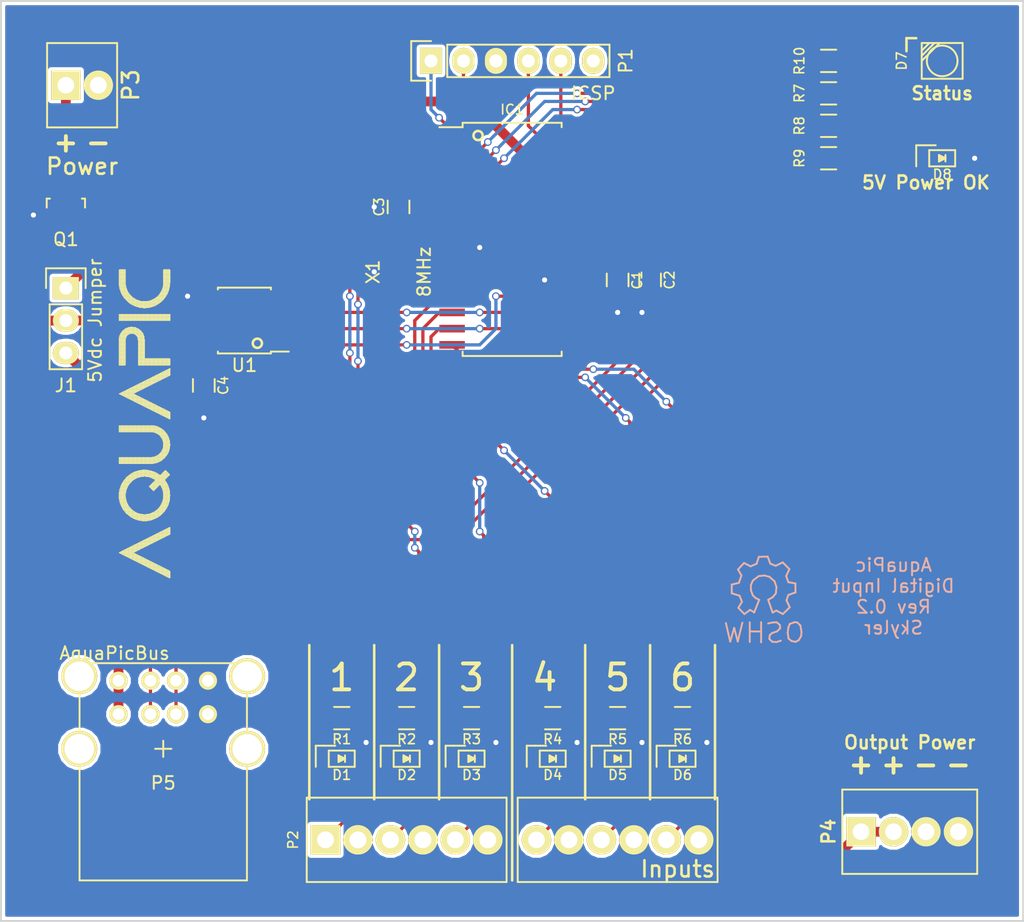
<source format=kicad_pcb>
(kicad_pcb (version 4) (host pcbnew 4.0.1-stable)
  (layers (0 F.Cu signal) (31 B.Cu signal) (34 B.Paste user) (35 F.Paste user) (36 B.SilkS user) (37 F.SilkS user) (38 B.Mask user) (39 F.Mask user) (44 Edge.Cuts user))
  (net 0 "")
  (net 1 +5V)
  (net 2 GND)
  (net 3 "Net-(C3-Pad1)")
  (net 4 "Net-(D1-Pad1)")
  (net 5 "Net-(D2-Pad1)")
  (net 6 "Net-(D3-Pad1)")
  (net 7 "Net-(D4-Pad1)")
  (net 8 "Net-(D5-Pad1)")
  (net 9 "Net-(D6-Pad1)")
  (net 10 "Net-(D7-Pad2)")
  (net 11 "Net-(D7-Pad3)")
  (net 12 "Net-(D7-Pad1)")
  (net 13 "Net-(D8-Pad1)")
  (net 14 //MCLR)
  (net 15 /STAT_LED_R)
  (net 16 /STAT_LED_G)
  (net 17 /STAT_LED_Y)
  (net 18 /LED0)
  (net 19 /LED1)
  (net 20 "Net-(IC1-Pad9)")
  (net 21 "Net-(IC1-Pad10)")
  (net 22 /LED2)
  (net 23 /LED3)
  (net 24 /LED4)
  (net 25 /LED5)
  (net 26 /T_nR)
  (net 27 /TX)
  (net 28 /RX)
  (net 29 /Input0)
  (net 30 /Input1)
  (net 31 /Input2)
  (net 32 /Input3)
  (net 33 /Input4)
  (net 34 /Input5)
  (net 35 /PGD)
  (net 36 /PGC)
  (net 37 /5VdcB)
  (net 38 /D+)
  (net 39 /D-)
  (net 40 "Net-(IC1-Pad15)")
  (net 41 /5VdcA)
  (net 42 /5Vdc)
  (net 43 "Net-(P1-Pad6)")
  (module Capacitors_SMD:C_0805 (layer F.Cu) (at 48.26 -50.165 270)
    (fp_text reference C1 (at 0 -1.524 270) (layer F.SilkS) (effects (font (size 0.762 0.762) (thickness 0.127))))
    (fp_text value 100nF)
    (pad 1 smd rect (at -1 0 270) (size 1 1.25) (layers F.Cu F.Paste F.Mask) (net 1 +5V))
    (pad 2 smd rect (at 1 0 270) (size 1 1.25) (layers F.Cu F.Paste F.Mask) (net 2 GND))
  )
  (module Capacitors_SMD:C_0805 (layer F.Cu) (at 50.8 -50.165 270)
    (fp_text reference C2 (at 0 -1.524 270) (layer F.SilkS) (effects (font (size 0.762 0.762) (thickness 0.127))))
    (fp_text value 100nF)
    (pad 1 smd rect (at -1 0 270) (size 1 1.25) (layers F.Cu F.Paste F.Mask) (net 1 +5V))
    (pad 2 smd rect (at 1 0 270) (size 1 1.25) (layers F.Cu F.Paste F.Mask) (net 2 GND))
  )
  (module Capacitors_SMD:C_0805 (layer F.Cu) (at 31.115 -55.88 90)
    (fp_text reference C3 (at 0 -1.524 90) (layer F.SilkS) (effects (font (size 0.762 0.762) (thickness 0.127))))
    (fp_text value 470pF)
    (pad 1 smd rect (at -1 0 90) (size 1 1.25) (layers F.Cu F.Paste F.Mask) (net 3 "Net-(C3-Pad1)"))
    (pad 2 smd rect (at 1 0 90) (size 1 1.25) (layers F.Cu F.Paste F.Mask) (net 2 GND))
  )
  (module Capacitors_SMD:C_0805 (layer F.Cu) (at 15.875 -41.91 270)
    (fp_text reference C4 (at 0 -1.524 270) (layer F.SilkS) (effects (font (size 0.762 0.762) (thickness 0.127))))
    (fp_text value 100nF)
    (pad 1 smd rect (at -1 0 270) (size 1 1.25) (layers F.Cu F.Paste F.Mask) (net 1 +5V))
    (pad 2 smd rect (at 1 0 270) (size 1 1.25) (layers F.Cu F.Paste F.Mask) (net 2 GND))
  )
  (module A_MyFootPrints:PLCC-4 (layer F.Cu) (at 73.66 -67.31 90)
    (fp_text reference D7 (at 0 -3.175 90) (layer F.SilkS) (effects (font (size 0.762 0.762) (thickness 0.127))))
    (fp_text value SMP4-RGY)
    (pad 2 smd rect (at -0.75 1.55 90) (size 0.9 1.5) (layers F.Cu F.Paste F.Mask) (net 10 "Net-(D7-Pad2)"))
    (pad 4 smd rect (at 0.75 1.55 90) (size 0.9 1.5) (layers F.Cu F.Paste F.Mask) (net 1 +5V))
    (pad 3 smd rect (at 0.75 -1.55 90) (size 0.9 1.5) (layers F.Cu F.Paste F.Mask) (net 11 "Net-(D7-Pad3)"))
    (pad 1 smd rect (at -0.75 -1.55 90) (size 0.9 1.5) (layers F.Cu F.Paste F.Mask) (net 12 "Net-(D7-Pad1)"))
  )
  (module Housings_SOIC:SOIC-28_7.5x17.9mm_Pitch1.27mm (layer F.Cu) (at 40.005 -53.34)
    (fp_text reference IC1 (at 0 -10.16) (layer F.SilkS) (effects (font (size 0.762 0.762) (thickness 0.127))))
    (fp_text value PIC16F1936)
    (pad 1 smd rect (at -4.7 -8.255) (size 2 0.6) (layers F.Cu F.Paste F.Mask) (net 14 //MCLR))
    (pad 2 smd rect (at -4.7 -6.985) (size 2 0.6) (layers F.Cu F.Paste F.Mask) (net 15 /STAT_LED_R))
    (pad 3 smd rect (at -4.7 -5.715) (size 2 0.6) (layers F.Cu F.Paste F.Mask) (net 16 /STAT_LED_G))
    (pad 4 smd rect (at -4.7 -4.445) (size 2 0.6) (layers F.Cu F.Paste F.Mask) (net 17 /STAT_LED_Y))
    (pad 5 smd rect (at -4.7 -3.175) (size 2 0.6) (layers F.Cu F.Paste F.Mask) (net 18 /LED0))
    (pad 6 smd rect (at -4.7 -1.905) (size 2 0.6) (layers F.Cu F.Paste F.Mask) (net 19 /LED1))
    (pad 7 smd rect (at -4.7 -0.635) (size 2 0.6) (layers F.Cu F.Paste F.Mask) (net 3 "Net-(C3-Pad1)"))
    (pad 8 smd rect (at -4.7 0.635) (size 2 0.6) (layers F.Cu F.Paste F.Mask) (net 2 GND))
    (pad 9 smd rect (at -4.7 1.905) (size 2 0.6) (layers F.Cu F.Paste F.Mask) (net 20 "Net-(IC1-Pad9)"))
    (pad 10 smd rect (at -4.7 3.175) (size 2 0.6) (layers F.Cu F.Paste F.Mask) (net 21 "Net-(IC1-Pad10)"))
    (pad 11 smd rect (at -4.7 4.445) (size 2 0.6) (layers F.Cu F.Paste F.Mask) (net 22 /LED2))
    (pad 12 smd rect (at -4.7 5.715) (size 2 0.6) (layers F.Cu F.Paste F.Mask) (net 23 /LED3))
    (pad 13 smd rect (at -4.7 6.985) (size 2 0.6) (layers F.Cu F.Paste F.Mask) (net 24 /LED4))
    (pad 14 smd rect (at -4.7 8.255) (size 2 0.6) (layers F.Cu F.Paste F.Mask) (net 25 /LED5))
    (pad 15 smd rect (at 4.7 8.255) (size 2 0.6) (layers F.Cu F.Paste F.Mask) (net 40 "Net-(IC1-Pad15)"))
    (pad 16 smd rect (at 4.7 6.985) (size 2 0.6) (layers F.Cu F.Paste F.Mask) (net 26 /T_nR))
    (pad 17 smd rect (at 4.7 5.715) (size 2 0.6) (layers F.Cu F.Paste F.Mask) (net 27 /TX))
    (pad 18 smd rect (at 4.7 4.445) (size 2 0.6) (layers F.Cu F.Paste F.Mask) (net 28 /RX))
    (pad 19 smd rect (at 4.7 3.175) (size 2 0.6) (layers F.Cu F.Paste F.Mask) (net 2 GND))
    (pad 20 smd rect (at 4.7 1.905) (size 2 0.6) (layers F.Cu F.Paste F.Mask) (net 1 +5V))
    (pad 21 smd rect (at 4.7 0.635) (size 2 0.6) (layers F.Cu F.Paste F.Mask) (net 29 /Input0))
    (pad 22 smd rect (at 4.7 -0.635) (size 2 0.6) (layers F.Cu F.Paste F.Mask) (net 30 /Input1))
    (pad 23 smd rect (at 4.7 -1.905) (size 2 0.6) (layers F.Cu F.Paste F.Mask) (net 31 /Input2))
    (pad 24 smd rect (at 4.7 -3.175) (size 2 0.6) (layers F.Cu F.Paste F.Mask) (net 32 /Input3))
    (pad 25 smd rect (at 4.7 -4.445) (size 2 0.6) (layers F.Cu F.Paste F.Mask) (net 33 /Input4))
    (pad 26 smd rect (at 4.7 -5.715) (size 2 0.6) (layers F.Cu F.Paste F.Mask) (net 34 /Input5))
    (pad 27 smd rect (at 4.7 -6.985) (size 2 0.6) (layers F.Cu F.Paste F.Mask) (net 35 /PGD))
    (pad 28 smd rect (at 4.7 -8.255) (size 2 0.6) (layers F.Cu F.Paste F.Mask) (net 36 /PGC))
  )
  (module Pin_Headers:Pin_Header_Straight_1x03 (layer F.Cu) (at 5.08 -49.53)
    (fp_text reference J1 (at 0 7.62) (layer F.SilkS) (effects (font (size 1.016 1.016) (thickness 0.1524))))
    (fp_text value "5Vdc Jumper" (at 2.286 2.54 90) (layer F.SilkS))
    (pad 1 thru_hole rect (at 0 0) (size 2.032 1.7272) (drill 1.016) (layers *.Cu *.Mask F.SilkS) (net 41 /5VdcA))
    (pad 2 thru_hole oval (at 0 2.54) (size 2.032 1.7272) (drill 1.016) (layers *.Cu *.Mask F.SilkS) (net 1 +5V))
    (pad 3 thru_hole oval (at 0 5.08) (size 2.032 1.7272) (drill 1.016) (layers *.Cu *.Mask F.SilkS) (net 37 /5VdcB))
  )
  (module A_MyFootPrints:Screw_Header_1x12 (layer F.Cu) (at 40.005 -6.35)
    (fp_text reference P2 (at -17.145 0 90) (layer F.SilkS) (effects (font (size 0.762 0.762) (thickness 0.127))))
    (fp_text value Inputs (at 12.954 2.286) (layer F.SilkS) (effects (font (size 1.27 1.27) (thickness 0.2032))))
    (pad 10 thru_hole circle (at 9.525 0) (size 2.3 2.3) (drill 1.3) (layers *.Cu *.Mask F.SilkS) (net 2 GND))
    (pad 8 thru_hole circle (at 4.445 0) (size 2.3 2.3) (drill 1.3) (layers *.Cu *.Mask F.SilkS) (net 2 GND))
    (pad 7 thru_hole circle (at 1.905 0) (size 2.3 2.3) (drill 1.3) (layers *.Cu *.Mask F.SilkS) (net 32 /Input3))
    (pad 9 thru_hole circle (at 6.985 0) (size 2.3 2.3) (drill 1.3) (layers *.Cu *.Mask F.SilkS) (net 33 /Input4))
    (pad 11 thru_hole circle (at 12.065 0) (size 2.3 2.3) (drill 1.3) (layers *.Cu *.Mask F.SilkS) (net 34 /Input5))
    (pad 12 thru_hole circle (at 14.605 0) (size 2.3 2.3) (drill 1.3) (layers *.Cu *.Mask F.SilkS) (net 2 GND))
    (pad 6 thru_hole circle (at -1.905 0) (size 2.3 2.3) (drill 1.3) (layers *.Cu *.Mask F.SilkS) (net 2 GND))
    (pad 5 thru_hole circle (at -4.445 0) (size 2.3 2.3) (drill 1.3) (layers *.Cu *.Mask F.SilkS) (net 31 /Input2))
    (pad 4 thru_hole circle (at -6.985 0) (size 2.3 2.3) (drill 1.3) (layers *.Cu *.Mask F.SilkS) (net 2 GND))
    (pad 3 thru_hole circle (at -9.525 0) (size 2.3 2.3) (drill 1.3) (layers *.Cu *.Mask F.SilkS) (net 30 /Input1))
    (pad 2 thru_hole circle (at -12.065 0) (size 2.3 2.3) (drill 1.3) (layers *.Cu *.Mask F.SilkS) (net 2 GND))
    (pad 1 thru_hole rect (at -14.605 0) (size 2.3 2.3) (drill 1.3) (layers *.Cu *.Mask F.SilkS) (net 29 /Input0))
    (pad 1 thru_hole rect (at -14.605 0) (size 2.3 2.3) (drill 1.3) (layers *.Cu *.Mask F.SilkS) (net 29 /Input0))
    (pad 2 thru_hole circle (at -12.065 0) (size 2.3 2.3) (drill 1.3) (layers *.Cu *.Mask F.SilkS) (net 2 GND))
    (pad 3 thru_hole circle (at -9.525 0) (size 2.3 2.3) (drill 1.3) (layers *.Cu *.Mask F.SilkS) (net 30 /Input1))
    (pad 4 thru_hole circle (at -6.985 0) (size 2.3 2.3) (drill 1.3) (layers *.Cu *.Mask F.SilkS) (net 2 GND))
    (pad 5 thru_hole circle (at -4.445 0) (size 2.3 2.3) (drill 1.3) (layers *.Cu *.Mask F.SilkS) (net 31 /Input2))
    (pad 6 thru_hole circle (at -1.905 0) (size 2.3 2.3) (drill 1.3) (layers *.Cu *.Mask F.SilkS) (net 2 GND))
  )
  (module Pin_Headers:Pin_Header_Straight_1x06 (layer F.Cu) (at 33.655 -67.31 90)
    (fp_text reference P1 (at 0 15.24 90) (layer F.SilkS) (effects (font (size 1.016 1.016) (thickness 0.1524))))
    (fp_text value ICSP (at -2.54 12.7 180) (layer F.SilkS) (effects (font (size 1.016 1.016) (thickness 0.1524))))
    (pad 1 thru_hole rect (at 0 0 90) (size 2.032 1.7272) (drill 1.016) (layers *.Cu *.Mask F.SilkS) (net 14 //MCLR))
    (pad 2 thru_hole oval (at 0 2.54 90) (size 2.032 1.7272) (drill 1.016) (layers *.Cu *.Mask F.SilkS) (net 1 +5V))
    (pad 3 thru_hole oval (at 0 5.08 90) (size 2.032 1.7272) (drill 1.016) (layers *.Cu *.Mask F.SilkS) (net 2 GND))
    (pad 4 thru_hole oval (at 0 7.62 90) (size 2.032 1.7272) (drill 1.016) (layers *.Cu *.Mask F.SilkS) (net 35 /PGD))
    (pad 5 thru_hole oval (at 0 10.16 90) (size 2.032 1.7272) (drill 1.016) (layers *.Cu *.Mask F.SilkS) (net 36 /PGC))
    (pad 6 thru_hole oval (at 0 12.7 90) (size 2.032 1.7272) (drill 1.016) (layers *.Cu *.Mask F.SilkS) (net 43 "Net-(P1-Pad6)"))
  )
  (module A_MyFootPrints:Screw_Header_1x2 (layer F.Cu) (at 6.35 -65.405)
    (fp_text reference P3 (at 3.81 0 90) (layer F.SilkS) (effects (font (size 1.27 1.27) (thickness 0.2032))))
    (fp_text value Power (at 0 6.35) (layer F.SilkS) (effects (font (size 1.27 1.27) (thickness 0.2032))))
    (pad 1 thru_hole rect (at -1.27 0) (size 2.3 2.3) (drill 1.3) (layers *.Cu *.Mask F.SilkS) (net 42 /5Vdc))
    (pad 2 thru_hole circle (at 1.27 0) (size 2.3 2.3) (drill 1.3) (layers *.Cu *.Mask F.SilkS) (net 2 GND))
  )
  (module Resistors_SMD:R_0805 (layer F.Cu) (at 26.67 -15.875 180)
    (fp_text reference R1 (at 0 -1.651 180) (layer F.SilkS) (effects (font (size 0.762 0.762) (thickness 0.127))))
    (fp_text value 100R)
    (pad 1 smd rect (at -0.95 0 180) (size 0.7 1.3) (layers F.Cu F.Paste F.Mask) (net 18 /LED0))
    (pad 2 smd rect (at 0.95 0 180) (size 0.7 1.3) (layers F.Cu F.Paste F.Mask) (net 4 "Net-(D1-Pad1)"))
  )
  (module Resistors_SMD:R_0805 (layer F.Cu) (at 31.75 -15.875 180)
    (fp_text reference R2 (at 0 -1.651 180) (layer F.SilkS) (effects (font (size 0.762 0.762) (thickness 0.127))))
    (fp_text value 100R)
    (pad 1 smd rect (at -0.95 0 180) (size 0.7 1.3) (layers F.Cu F.Paste F.Mask) (net 19 /LED1))
    (pad 2 smd rect (at 0.95 0 180) (size 0.7 1.3) (layers F.Cu F.Paste F.Mask) (net 5 "Net-(D2-Pad1)"))
  )
  (module Resistors_SMD:R_0805 (layer F.Cu) (at 36.83 -15.875 180)
    (fp_text reference R3 (at 0 -1.651 180) (layer F.SilkS) (effects (font (size 0.762 0.762) (thickness 0.127))))
    (fp_text value 100R)
    (pad 1 smd rect (at -0.95 0 180) (size 0.7 1.3) (layers F.Cu F.Paste F.Mask) (net 22 /LED2))
    (pad 2 smd rect (at 0.95 0 180) (size 0.7 1.3) (layers F.Cu F.Paste F.Mask) (net 6 "Net-(D3-Pad1)"))
  )
  (module Resistors_SMD:R_0805 (layer F.Cu) (at 43.18 -15.875 180)
    (fp_text reference R4 (at 0 -1.651 180) (layer F.SilkS) (effects (font (size 0.762 0.762) (thickness 0.127))))
    (fp_text value 100R)
    (pad 1 smd rect (at -0.95 0 180) (size 0.7 1.3) (layers F.Cu F.Paste F.Mask) (net 23 /LED3))
    (pad 2 smd rect (at 0.95 0 180) (size 0.7 1.3) (layers F.Cu F.Paste F.Mask) (net 7 "Net-(D4-Pad1)"))
  )
  (module Resistors_SMD:R_0805 (layer F.Cu) (at 48.26 -15.875 180)
    (fp_text reference R5 (at 0 -1.651 180) (layer F.SilkS) (effects (font (size 0.762 0.762) (thickness 0.127))))
    (fp_text value 100R)
    (pad 1 smd rect (at -0.95 0 180) (size 0.7 1.3) (layers F.Cu F.Paste F.Mask) (net 24 /LED4))
    (pad 2 smd rect (at 0.95 0 180) (size 0.7 1.3) (layers F.Cu F.Paste F.Mask) (net 8 "Net-(D5-Pad1)"))
  )
  (module Resistors_SMD:R_0805 (layer F.Cu) (at 53.34 -15.875 180)
    (fp_text reference R6 (at 0 -1.651 180) (layer F.SilkS) (effects (font (size 0.762 0.762) (thickness 0.127))))
    (fp_text value 100R)
    (pad 1 smd rect (at -0.95 0 180) (size 0.7 1.3) (layers F.Cu F.Paste F.Mask) (net 25 /LED5))
    (pad 2 smd rect (at 0.95 0 180) (size 0.7 1.3) (layers F.Cu F.Paste F.Mask) (net 9 "Net-(D6-Pad1)"))
  )
  (module Resistors_SMD:R_0805 (layer F.Cu) (at 64.77 -64.77 180)
    (fp_text reference R7 (at 2.286 0 270) (layer F.SilkS) (effects (font (size 0.762 0.762) (thickness 0.127))))
    (fp_text value 300R)
    (pad 1 smd rect (at -0.95 0 180) (size 0.7 1.3) (layers F.Cu F.Paste F.Mask) (net 12 "Net-(D7-Pad1)"))
    (pad 2 smd rect (at 0.95 0 180) (size 0.7 1.3) (layers F.Cu F.Paste F.Mask) (net 16 /STAT_LED_G))
  )
  (module Resistors_SMD:R_0805 (layer F.Cu) (at 64.77 -62.23 180)
    (fp_text reference R8 (at 2.286 0 270) (layer F.SilkS) (effects (font (size 0.762 0.762) (thickness 0.127))))
    (fp_text value 300R)
    (pad 1 smd rect (at -0.95 0 180) (size 0.7 1.3) (layers F.Cu F.Paste F.Mask) (net 10 "Net-(D7-Pad2)"))
    (pad 2 smd rect (at 0.95 0 180) (size 0.7 1.3) (layers F.Cu F.Paste F.Mask) (net 17 /STAT_LED_Y))
  )
  (module Resistors_SMD:R_0805 (layer F.Cu) (at 64.77 -59.69)
    (fp_text reference R9 (at -2.286 0 90) (layer F.SilkS) (effects (font (size 0.762 0.762) (thickness 0.127))))
    (fp_text value 300R)
    (pad 1 smd rect (at -0.95 0) (size 0.7 1.3) (layers F.Cu F.Paste F.Mask) (net 1 +5V))
    (pad 2 smd rect (at 0.95 0) (size 0.7 1.3) (layers F.Cu F.Paste F.Mask) (net 13 "Net-(D8-Pad1)"))
  )
  (module Resistors_SMD:R_0805 (layer F.Cu) (at 64.77 -67.31 180)
    (fp_text reference R10 (at 2.286 0 270) (layer F.SilkS) (effects (font (size 0.762 0.762) (thickness 0.127))))
    (fp_text value 300R)
    (pad 1 smd rect (at -0.95 0 180) (size 0.7 1.3) (layers F.Cu F.Paste F.Mask) (net 11 "Net-(D7-Pad3)"))
    (pad 2 smd rect (at 0.95 0 180) (size 0.7 1.3) (layers F.Cu F.Paste F.Mask) (net 15 /STAT_LED_R))
  )
  (module Housings_SOIC:SOIC-8_3.9x4.9mm_Pitch1.27mm (layer F.Cu) (at 19.05 -46.99 180)
    (fp_text reference U1 (at 0 -3.5 180) (layer F.SilkS))
    (fp_text value ST485EC)
    (pad 1 smd rect (at -2.7 -1.905 180) (size 1.55 0.6) (layers F.Cu F.Paste F.Mask) (net 28 /RX))
    (pad 2 smd rect (at -2.7 -0.635 180) (size 1.55 0.6) (layers F.Cu F.Paste F.Mask) (net 26 /T_nR))
    (pad 3 smd rect (at -2.7 0.635 180) (size 1.55 0.6) (layers F.Cu F.Paste F.Mask) (net 26 /T_nR))
    (pad 4 smd rect (at -2.7 1.905 180) (size 1.55 0.6) (layers F.Cu F.Paste F.Mask) (net 27 /TX))
    (pad 5 smd rect (at 2.7 1.905 180) (size 1.55 0.6) (layers F.Cu F.Paste F.Mask) (net 2 GND))
    (pad 6 smd rect (at 2.7 0.635 180) (size 1.55 0.6) (layers F.Cu F.Paste F.Mask) (net 38 /D+))
    (pad 7 smd rect (at 2.7 -0.635 180) (size 1.55 0.6) (layers F.Cu F.Paste F.Mask) (net 39 /D-))
    (pad 8 smd rect (at 2.7 -1.905 180) (size 1.55 0.6) (layers F.Cu F.Paste F.Mask) (net 1 +5V))
  )
  (module A_MyFootPrints:Resonator_3.2x1.3 (layer F.Cu) (at 31.115 -50.8 90)
    (fp_text reference X1 (at 0 -2 90) (layer F.SilkS))
    (fp_text value 8MHz (at 0 2 90) (layer F.SilkS))
    (pad 2 smd rect (at 0 0 90) (size 0.4 2) (layers F.Cu F.Paste F.Mask) (net 2 GND))
    (pad 3 smd rect (at 1.2 0 90) (size 0.4 2) (layers F.Cu F.Paste F.Mask) (net 20 "Net-(IC1-Pad9)"))
    (pad 1 smd rect (at -1.2 0 90) (size 0.4 2) (layers F.Cu F.Paste F.Mask) (net 21 "Net-(IC1-Pad10)"))
  )
  (module Housings_SOT-23_SOT-143_TSOT-6:SOT-23 (layer F.Cu) (at 5.08 -55.88)
    (fp_text reference Q1 (at 0 2.54) (layer F.SilkS))
    (fp_text value AO3407A)
    (pad 1 smd rect (at -0.95 1.00076) (size 0.8001 0.8001) (layers F.Cu F.Paste F.Mask) (net 2 GND))
    (pad 2 smd rect (at 0.95 1.00076) (size 0.8001 0.8001) (layers F.Cu F.Paste F.Mask) (net 41 /5VdcA))
    (pad 3 smd rect (at 0 -0.99822) (size 0.8001 0.8001) (layers F.Cu F.Paste F.Mask) (net 42 /5Vdc))
  )
  (module Symbols:Symbol_OSHW-Logo_SilkScreen (layer B.Cu) (at 59.69 -26.035 180)
    (fp_text reference "" hide)
    (fp_text value "" hide)
  )
  (module A_MyFootPrints:AquaPic_Logo (layer F.Cu) (at 3.175 -26.67 90)
    (fp_text reference LOGO hide)
    (fp_text value Val** hide)
  )
  (module LEDs:LED-0805 (layer F.Cu) (at 53.34 -12.7)
    (fp_text reference D6 (at 0 1.27) (layer F.SilkS) (effects (font (size 0.762 0.762) (thickness 0.127))))
    (fp_text value APT2012)
    (pad 2 smd rect (at 1.04902 0 180) (size 1.19888 1.19888) (layers F.Cu F.Paste F.Mask) (net 2 GND))
    (pad 1 smd rect (at -1.04902 0 180) (size 1.19888 1.19888) (layers F.Cu F.Paste F.Mask) (net 9 "Net-(D6-Pad1)"))
  )
  (module LEDs:LED-0805 (layer F.Cu) (at 48.26 -12.7)
    (fp_text reference D5 (at 0 1.27) (layer F.SilkS) (effects (font (size 0.762 0.762) (thickness 0.127))))
    (fp_text value APT2012)
    (pad 2 smd rect (at 1.04902 0 180) (size 1.19888 1.19888) (layers F.Cu F.Paste F.Mask) (net 2 GND))
    (pad 1 smd rect (at -1.04902 0 180) (size 1.19888 1.19888) (layers F.Cu F.Paste F.Mask) (net 8 "Net-(D5-Pad1)"))
  )
  (module LEDs:LED-0805 (layer F.Cu) (at 43.18 -12.7)
    (fp_text reference D4 (at 0 1.27) (layer F.SilkS) (effects (font (size 0.762 0.762) (thickness 0.127))))
    (fp_text value APT2012)
    (pad 2 smd rect (at 1.04902 0 180) (size 1.19888 1.19888) (layers F.Cu F.Paste F.Mask) (net 2 GND))
    (pad 1 smd rect (at -1.04902 0 180) (size 1.19888 1.19888) (layers F.Cu F.Paste F.Mask) (net 7 "Net-(D4-Pad1)"))
  )
  (module LEDs:LED-0805 (layer F.Cu) (at 36.83 -12.7)
    (fp_text reference D3 (at 0 1.27) (layer F.SilkS) (effects (font (size 0.762 0.762) (thickness 0.127))))
    (fp_text value APT2012)
    (pad 2 smd rect (at 1.04902 0 180) (size 1.19888 1.19888) (layers F.Cu F.Paste F.Mask) (net 2 GND))
    (pad 1 smd rect (at -1.04902 0 180) (size 1.19888 1.19888) (layers F.Cu F.Paste F.Mask) (net 6 "Net-(D3-Pad1)"))
  )
  (module LEDs:LED-0805 (layer F.Cu) (at 31.75 -12.7)
    (fp_text reference D2 (at 0 1.27) (layer F.SilkS) (effects (font (size 0.762 0.762) (thickness 0.127))))
    (fp_text value APT2012)
    (pad 2 smd rect (at 1.04902 0 180) (size 1.19888 1.19888) (layers F.Cu F.Paste F.Mask) (net 2 GND))
    (pad 1 smd rect (at -1.04902 0 180) (size 1.19888 1.19888) (layers F.Cu F.Paste F.Mask) (net 5 "Net-(D2-Pad1)"))
  )
  (module LEDs:LED-0805 (layer F.Cu) (at 26.67 -12.7)
    (fp_text reference D1 (at 0 1.27) (layer F.SilkS) (effects (font (size 0.762 0.762) (thickness 0.127))))
    (fp_text value APT2012)
    (pad 2 smd rect (at 1.04902 0 180) (size 1.19888 1.19888) (layers F.Cu F.Paste F.Mask) (net 2 GND))
    (pad 1 smd rect (at -1.04902 0 180) (size 1.19888 1.19888) (layers F.Cu F.Paste F.Mask) (net 4 "Net-(D1-Pad1)"))
  )
  (module LEDs:LED-0805 (layer F.Cu) (at 73.66 -59.69)
    (fp_text reference D8 (at 0 1.27) (layer F.SilkS) (effects (font (size 0.762 0.762) (thickness 0.127))))
    (fp_text value APT2012)
    (pad 2 smd rect (at 1.04902 0 180) (size 1.19888 1.19888) (layers F.Cu F.Paste F.Mask) (net 2 GND))
    (pad 1 smd rect (at -1.04902 0 180) (size 1.19888 1.19888) (layers F.Cu F.Paste F.Mask) (net 13 "Net-(D8-Pad1)"))
  )
  (module A_MyFootPrints:USB-1.1_Stacked (layer F.Cu) (at 12.7 -13.335)
    (fp_text reference P5 (at 0 2.54) (layer F.SilkS))
    (fp_text value AquaPicBus (at -3.81 -7.62) (layer F.SilkS))
    (pad 5 thru_hole circle (at -3.5 -5.470005) (size 1.42 1.42) (drill 0.92) (layers *.Cu *.Mask F.SilkS) (net 37 /5VdcB))
    (pad 6 thru_hole circle (at -1 -5.470005) (size 1.42 1.42) (drill 0.92) (layers *.Cu *.Mask F.SilkS) (net 38 /D+))
    (pad 7 thru_hole circle (at 1 -5.470005) (size 1.42 1.42) (drill 0.92) (layers *.Cu *.Mask F.SilkS) (net 39 /D-))
    (pad 8 thru_hole circle (at 3.5 -5.470005) (size 1.42 1.42) (drill 0.92) (layers *.Cu *.Mask F.SilkS) (net 2 GND))
    (pad 1 thru_hole circle (at -3.5 -2.850005) (size 1.42 1.42) (drill 0.92) (layers *.Cu *.Mask F.SilkS) (net 37 /5VdcB))
    (pad 2 thru_hole circle (at -1 -2.850005) (size 1.42 1.42) (drill 0.92) (layers *.Cu *.Mask F.SilkS) (net 38 /D+))
    (pad 3 thru_hole circle (at 1 -2.850005) (size 1.42 1.42) (drill 0.92) (layers *.Cu *.Mask F.SilkS) (net 39 /D-))
    (pad 4 thru_hole circle (at 3.5 -2.850005) (size 1.42 1.42) (drill 0.92) (layers *.Cu *.Mask F.SilkS) (net 2 GND))
    (pad Hole thru_hole circle (at 6.57 -0.140005) (size 2.8 2.8) (drill 2.3) (layers *.Cu *.Mask F.SilkS))
    (pad Hole thru_hole circle (at 6.57 -5.820005) (size 2.8 2.8) (drill 2.3) (layers *.Cu *.Mask F.SilkS))
    (pad Hole thru_hole circle (at -6.57 -5.820005) (size 2.8 2.8) (drill 2.3) (layers *.Cu *.Mask F.SilkS))
    (pad Hole thru_hole circle (at -6.57 -0.140005) (size 2.8 2.8) (drill 2.3) (layers *.Cu *.Mask F.SilkS))
  )
  (module A_MyFootPrints:Screw_Header_1x4 (layer F.Cu) (at 71.12 -6.985)
    (fp_text reference P4 (at -6.35 0 90) (layer F.SilkS) (effects (font (size 1.016 1.016) (thickness 0.2032))))
    (fp_text value "Output Power" (at 0 -6.985) (layer F.SilkS) (effects (font (size 1.016 1.016) (thickness 0.2032))))
    (pad 1 thru_hole rect (at -3.81 0) (size 2.3 2.3) (drill 1.3) (layers *.Cu *.Mask F.SilkS) (net 1 +5V))
    (pad 2 thru_hole circle (at -1.27 0) (size 2.3 2.3) (drill 1.3) (layers *.Cu *.Mask F.SilkS) (net 1 +5V))
    (pad 3 thru_hole circle (at 1.27 0) (size 2.3 2.3) (drill 1.3) (layers *.Cu *.Mask F.SilkS) (net 2 GND))
    (pad 4 thru_hole circle (at 3.81 0) (size 2.3 2.3) (drill 1.3) (layers *.Cu *.Mask F.SilkS) (net 2 GND))
  )
  (gr_text - (at 74.93 -12.065 180) (layer F.SilkS) (effects (font (size 1.5 1.5) (thickness 0.3)) (justify mirror)))
  (gr_text + (at 69.85 -12.065 180) (layer F.SilkS) (effects (font (size 1.5 1.5) (thickness 0.3)) (justify mirror)))
  (gr_text - (at 72.39 -12.065 180) (layer F.SilkS) (effects (font (size 1.5 1.5) (thickness 0.3)) (justify mirror)))
  (gr_text + (at 67.31 -12.065 180) (layer F.SilkS) (effects (font (size 1.5 1.5) (thickness 0.3)) (justify mirror)))
  (gr_line (start 70.866 -69.088) (end 71.628 -69.088) (angle 90) (layer F.SilkS) (width 0.2))
  (gr_line (start 70.866 -68.072) (end 70.866 -69.088) (angle 90) (layer F.SilkS) (width 0.2))
  (gr_text + (at 5.08 -60.96) (layer F.SilkS) (effects (font (size 1.5 1.5) (thickness 0.3)) (justify mirror)))
  (gr_text - (at 7.62 -60.96) (layer F.SilkS) (effects (font (size 1.5 1.5) (thickness 0.3)) (justify mirror)))
  (gr_line (start 55.88 -9.525) (end 55.88 -21.59) (angle 90) (layer F.SilkS) (width 0.2))
  (gr_line (start 50.8 -9.525) (end 50.8 -21.59) (angle 90) (layer F.SilkS) (width 0.2))
  (gr_line (start 45.72 -9.525) (end 45.72 -21.59) (angle 90) (layer F.SilkS) (width 0.2))
  (gr_line (start 40.005 -3.175) (end 40.005 -21.59) (angle 90) (layer F.SilkS) (width 0.2))
  (gr_line (start 34.29 -9.525) (end 34.29 -21.59) (angle 90) (layer F.SilkS) (width 0.2))
  (gr_line (start 29.21 -9.525) (end 29.21 -21.59) (angle 90) (layer F.SilkS) (width 0.2))
  (gr_line (start 24.13 -9.525) (end 24.13 -21.59) (angle 90) (layer F.SilkS) (width 0.2))
  (gr_text 1 (at 26.67 -19.05) (layer F.SilkS) (effects (font (size 2.032 2.032) (thickness 0.3048))))
  (gr_text 2 (at 31.75 -19.05) (layer F.SilkS) (effects (font (size 2.032 2.032) (thickness 0.3048))))
  (gr_text 3 (at 36.83 -19.05) (layer F.SilkS) (effects (font (size 2.032 2.032) (thickness 0.3048))))
  (gr_text 4 (at 42.545 -19.05) (layer F.SilkS) (effects (font (size 2.032 2.032) (thickness 0.3048))))
  (gr_text 5 (at 48.26 -19.05) (layer F.SilkS) (effects (font (size 2.032 2.032) (thickness 0.3048))))
  (gr_text 6 (at 53.34 -19.05) (layer F.SilkS) (effects (font (size 2.032 2.032) (thickness 0.3048))))
  (gr_text "5V Power OK" (at 72.39 -57.785) (layer F.SilkS) (effects (font (size 1.016 1.016) (thickness 0.2032))))
  (gr_text Status (at 73.66 -64.77) (layer F.SilkS) (effects (font (size 1.016 1.016) (thickness 0.2032))))
  (gr_circle (center 37.338 -61.468) (end 37.084 -61.722) (layer F.SilkS) (width 0.2))
  (gr_circle (center 20.066 -45.212) (end 20.32 -44.958) (layer F.SilkS) (width 0.2))
  (gr_text "AquaPic\nDigital Input\nRev 0.2\nSkyler" (at 69.85 -25.4) (layer B.SilkS) (effects (font (size 1.016 1.016) (thickness 0.1524)) (justify mirror)))
  (gr_line (start 80 0) (end 0 0) (angle 90) (layer Edge.Cuts) (width 0.15))
  (gr_line (start 80 -72) (end 80 0) (angle 90) (layer Edge.Cuts) (width 0.15))
  (gr_line (start 0 -72) (end 80 -72) (angle 90) (layer Edge.Cuts) (width 0.15))
  (gr_line (start 0 0) (end 0 -72) (angle 90) (layer Edge.Cuts) (width 0.15))
  (segment (start 67.31 -6.985) (end 69.85 -6.985) (width 0.762) (layer F.Cu) (net 1))
  (segment (start 13.335 -1.905) (end 62.23 -1.905) (width 0.762) (layer F.Cu) (net 1))
  (segment (start 13.335 -1.905) (end 2.54 -12.7) (width 0.762) (layer F.Cu) (net 1))
  (segment (start 2.54 -12.7) (end 2.54 -45.72) (width 0.762) (layer F.Cu) (net 1))
  (segment (start 2.54 -45.72) (end 3.81 -46.99) (width 0.762) (layer F.Cu) (net 1))
  (segment (start 5.08 -46.99) (end 3.81 -46.99) (width 0.762) (layer F.Cu) (net 1))
  (segment (start 62.23 -1.905) (end 67.31 -6.985) (width 0.762) (layer F.Cu) (net 1))
  (segment (start 5.08 -46.99) (end 10.16 -46.99) (width 0.762) (layer F.Cu) (net 1))
  (segment (start 10.16 -46.99) (end 15.5575 -52.3875) (width 0.762) (layer F.Cu) (net 1))
  (segment (start 15.5575 -52.3875) (end 27.305 -64.135) (width 0.762) (layer F.Cu) (net 1))
  (segment (start 43.18 -51.435) (end 44.705 -51.435) (width 0.762) (layer F.Cu) (net 1))
  (segment (start 17.78 -45.085) (end 18.415 -45.72) (width 0.762) (layer F.Cu) (net 1))
  (segment (start 18.415 -45.72) (end 18.415 -49.53) (width 0.762) (layer F.Cu) (net 1))
  (segment (start 18.415 -49.53) (end 15.5575 -52.3875) (width 0.762) (layer F.Cu) (net 1))
  (segment (start 16.35 -45.085) (end 17.78 -45.085) (width 0.762) (layer F.Cu) (net 1))
  (segment (start 15.875 -44.61) (end 16.35 -45.085) (width 0.762) (layer F.Cu) (net 1))
  (segment (start 15.875 -42.91) (end 15.875 -44.61) (width 0.762) (layer F.Cu) (net 1))
  (segment (start 47.99 -51.435) (end 48.26 -51.165) (width 0.762) (layer F.Cu) (net 1))
  (segment (start 44.705 -51.435) (end 47.99 -51.435) (width 0.762) (layer F.Cu) (net 1))
  (segment (start 48.26 -51.165) (end 50.8 -51.165) (width 0.762) (layer F.Cu) (net 1))
  (segment (start 33.02 -69.85) (end 73.42 -69.85) (width 0.508) (layer F.Cu) (net 1))
  (segment (start 73.42 -69.85) (end 75.21 -68.06) (width 0.508) (layer F.Cu) (net 1))
  (segment (start 27.305 -64.135) (end 33.02 -69.85) (width 0.508) (layer F.Cu) (net 1))
  (segment (start 65.09 -60.96) (end 72.39 -60.96) (width 0.254) (layer F.Cu) (net 1))
  (segment (start 72.39 -60.96) (end 76.835 -65.405) (width 0.254) (layer F.Cu) (net 1))
  (segment (start 76.835 -65.405) (end 76.835 -67.31) (width 0.254) (layer F.Cu) (net 1))
  (segment (start 76.835 -67.31) (end 76.085 -68.06) (width 0.254) (layer F.Cu) (net 1))
  (segment (start 76.085 -68.06) (end 75.21 -68.06) (width 0.254) (layer F.Cu) (net 1))
  (segment (start 63.82 -59.69) (end 65.09 -60.96) (width 0.254) (layer F.Cu) (net 1))
  (segment (start 27.305 -64.135) (end 36.195 -64.135) (width 0.762) (layer F.Cu) (net 1))
  (segment (start 42.545 -52.07) (end 43.18 -51.435) (width 0.762) (layer F.Cu) (net 1))
  (segment (start 36.195 -64.135) (end 36.83 -64.135) (width 0.762) (layer F.Cu) (net 1))
  (segment (start 36.83 -64.135) (end 42.545 -58.42) (width 0.762) (layer F.Cu) (net 1))
  (segment (start 42.545 -58.42) (end 42.545 -52.07) (width 0.762) (layer F.Cu) (net 1))
  (segment (start 36.195 -67.31) (end 36.195 -64.135) (width 0.254) (layer F.Cu) (net 1))
  (segment (start 50.8 -49.165) (end 50.8 -48.26) (width 0.254) (layer F.Cu) (net 2))
  (via (at 50.165 -47.625) (size 0.6) (layers F.Cu B.Cu) (net 2))
  (segment (start 50.8 -48.26) (end 50.165 -47.625) (width 0.254) (layer F.Cu) (net 2))
  (segment (start 15.875 -40.91) (end 15.875 -39.37) (width 0.254) (layer F.Cu) (net 2))
  (via (at 15.875 -39.37) (size 0.6) (layers F.Cu B.Cu) (net 2))
  (via (at 48.26 -47.625) (size 0.6) (layers F.Cu B.Cu) (net 2))
  (segment (start 48.26 -49.165) (end 48.26 -47.625) (width 0.254) (layer F.Cu) (net 2))
  (segment (start 16.35 -48.895) (end 14.605 -48.895) (width 0.762) (layer F.Cu) (net 2))
  (via (at 14.605 -48.895) (size 0.6) (layers F.Cu B.Cu) (net 2))
  (segment (start 44.705 -50.165) (end 42.545 -50.165) (width 0.762) (layer F.Cu) (net 2))
  (via (at 42.545 -50.165) (size 0.6) (layers F.Cu B.Cu) (net 2))
  (segment (start 74.70902 -59.69) (end 76.2 -59.69) (width 0.254) (layer F.Cu) (net 2))
  (via (at 76.2 -59.69) (size 0.6) (layers F.Cu B.Cu) (net 2))
  (segment (start 4.13 -54.87924) (end 2.90576 -54.87924) (width 0.762) (layer F.Cu) (net 2))
  (via (at 2.54 -55.245) (size 0.6) (layers F.Cu B.Cu) (net 2))
  (segment (start 2.90576 -54.87924) (end 2.54 -55.245) (width 0.762) (layer F.Cu) (net 2))
  (segment (start 35.305 -52.705) (end 37.465 -52.705) (width 0.762) (layer F.Cu) (net 2))
  (via (at 37.465 -52.705) (size 0.6) (layers F.Cu B.Cu) (net 2))
  (segment (start 35.305 -52.705) (end 37.465 -52.705) (width 0.254) (layer F.Cu) (net 2))
  (segment (start 31.115 -56.88) (end 30.21 -56.88) (width 0.254) (layer F.Cu) (net 2))
  (via (at 29.21 -55.88) (size 0.6) (layers F.Cu B.Cu) (net 2))
  (segment (start 30.21 -56.88) (end 29.21 -55.88) (width 0.254) (layer F.Cu) (net 2))
  (segment (start 31.115 -50.8) (end 29.21 -50.8) (width 0.254) (layer F.Cu) (net 2))
  (via (at 29.21 -50.8) (size 0.6) (layers F.Cu B.Cu) (net 2))
  (via (at 28.575 -13.97) (size 0.6) (layers F.Cu B.Cu) (net 2))
  (segment (start 27.71902 -13.11402) (end 28.575 -13.97) (width 0.254) (layer F.Cu) (net 2))
  (segment (start 27.71902 -12.7) (end 27.71902 -13.11402) (width 0.254) (layer F.Cu) (net 2))
  (via (at 33.655 -13.97) (size 0.6) (layers F.Cu B.Cu) (net 2))
  (segment (start 32.79902 -13.11402) (end 33.655 -13.97) (width 0.254) (layer F.Cu) (net 2))
  (segment (start 32.79902 -12.7) (end 32.79902 -13.11402) (width 0.254) (layer F.Cu) (net 2))
  (via (at 38.735 -13.97) (size 0.6) (layers F.Cu B.Cu) (net 2))
  (segment (start 37.87902 -13.11402) (end 38.735 -13.97) (width 0.254) (layer F.Cu) (net 2))
  (segment (start 37.87902 -12.7) (end 37.87902 -13.11402) (width 0.254) (layer F.Cu) (net 2))
  (via (at 45.085 -13.97) (size 0.6) (layers F.Cu B.Cu) (net 2))
  (segment (start 44.22902 -13.11402) (end 45.085 -13.97) (width 0.254) (layer F.Cu) (net 2))
  (segment (start 44.22902 -12.7) (end 44.22902 -13.11402) (width 0.254) (layer F.Cu) (net 2))
  (via (at 50.165 -13.97) (size 0.6) (layers F.Cu B.Cu) (net 2))
  (segment (start 49.30902 -13.11402) (end 50.165 -13.97) (width 0.254) (layer F.Cu) (net 2))
  (segment (start 49.30902 -12.7) (end 49.30902 -13.11402) (width 0.254) (layer F.Cu) (net 2))
  (segment (start 54.38902 -12.7) (end 54.38902 -12.936222) (width 0.254) (layer F.Cu) (net 2))
  (via (at 55.245 -13.97) (size 0.6) (layers F.Cu B.Cu) (net 2))
  (segment (start 54.38902 -13.11402) (end 55.245 -13.97) (width 0.254) (layer F.Cu) (net 2))
  (segment (start 54.38902 -12.7) (end 54.38902 -13.11402) (width 0.254) (layer F.Cu) (net 2))
  (segment (start 32.02 -53.975) (end 35.305 -53.975) (width 0.254) (layer F.Cu) (net 3))
  (segment (start 31.115 -54.88) (end 32.02 -53.975) (width 0.254) (layer F.Cu) (net 3))
  (segment (start 25.72 -12.79902) (end 25.62098 -12.7) (width 0.254) (layer F.Cu) (net 4))
  (segment (start 25.72 -15.875) (end 25.72 -12.79902) (width 0.254) (layer F.Cu) (net 4))
  (segment (start 30.8 -12.79902) (end 30.70098 -12.7) (width 0.254) (layer F.Cu) (net 5))
  (segment (start 30.8 -15.875) (end 30.8 -12.79902) (width 0.254) (layer F.Cu) (net 5))
  (segment (start 35.88 -12.79902) (end 35.78098 -12.7) (width 0.254) (layer F.Cu) (net 6))
  (segment (start 35.88 -15.875) (end 35.88 -12.79902) (width 0.254) (layer F.Cu) (net 6))
  (segment (start 42.23 -12.79902) (end 42.13098 -12.7) (width 0.254) (layer F.Cu) (net 7))
  (segment (start 42.23 -15.875) (end 42.23 -12.79902) (width 0.254) (layer F.Cu) (net 7))
  (segment (start 47.31 -12.79902) (end 47.21098 -12.7) (width 0.254) (layer F.Cu) (net 8))
  (segment (start 47.31 -15.875) (end 47.31 -12.79902) (width 0.254) (layer F.Cu) (net 8))
  (segment (start 52.39 -12.79902) (end 52.29098 -12.7) (width 0.254) (layer F.Cu) (net 9))
  (segment (start 52.39 -15.875) (end 52.39 -12.79902) (width 0.254) (layer F.Cu) (net 9))
  (segment (start 68.26 -64.77) (end 73.42 -64.77) (width 0.254) (layer F.Cu) (net 10))
  (segment (start 73.42 -64.77) (end 75.21 -66.56) (width 0.254) (layer F.Cu) (net 10))
  (segment (start 65.72 -62.23) (end 68.26 -64.77) (width 0.254) (layer F.Cu) (net 10))
  (segment (start 66.47 -68.06) (end 72.11 -68.06) (width 0.254) (layer F.Cu) (net 11))
  (segment (start 65.72 -67.31) (end 66.47 -68.06) (width 0.254) (layer F.Cu) (net 11))
  (segment (start 67.51 -66.56) (end 72.11 -66.56) (width 0.254) (layer F.Cu) (net 12))
  (segment (start 65.72 -64.77) (end 67.51 -66.56) (width 0.254) (layer F.Cu) (net 12))
  (segment (start 65.72 -59.69) (end 72.61098 -59.69) (width 0.254) (layer F.Cu) (net 13))
  (segment (start 35.305 -61.85) (end 35.305 -61.595) (width 0.254) (layer F.Cu) (net 14))
  (segment (start 34.29 -62.865) (end 35.305 -61.85) (width 0.254) (layer F.Cu) (net 14))
  (via (at 34.29 -62.865) (size 0.6) (layers F.Cu B.Cu) (net 14))
  (segment (start 33.655 -63.5) (end 34.29 -62.865) (width 0.254) (layer B.Cu) (net 14))
  (segment (start 33.655 -67.31) (end 33.655 -63.5) (width 0.254) (layer B.Cu) (net 14))
  (segment (start 37.465 -60.325) (end 38.1 -60.96) (width 0.254) (layer F.Cu) (net 15))
  (via (at 38.1 -60.96) (size 0.6) (layers F.Cu B.Cu) (net 15))
  (segment (start 38.1 -60.96) (end 41.91 -64.77) (width 0.254) (layer B.Cu) (net 15))
  (segment (start 41.91 -64.77) (end 45.085 -64.77) (width 0.254) (layer B.Cu) (net 15))
  (via (at 45.085 -64.77) (size 0.6) (layers F.Cu B.Cu) (net 15))
  (segment (start 45.085 -64.77) (end 60.325 -64.77) (width 0.254) (layer F.Cu) (net 15))
  (segment (start 60.325 -64.77) (end 62.865 -67.31) (width 0.254) (layer F.Cu) (net 15))
  (segment (start 62.865 -67.31) (end 63.82 -67.31) (width 0.254) (layer F.Cu) (net 15))
  (segment (start 35.305 -60.325) (end 37.465 -60.325) (width 0.254) (layer F.Cu) (net 15))
  (segment (start 37.465 -59.055) (end 38.735 -60.325) (width 0.254) (layer F.Cu) (net 16))
  (via (at 38.735 -60.325) (size 0.6) (layers F.Cu B.Cu) (net 16))
  (segment (start 38.735 -60.325) (end 42.545 -64.135) (width 0.254) (layer B.Cu) (net 16))
  (segment (start 42.545 -64.135) (end 45.72 -64.135) (width 0.254) (layer B.Cu) (net 16))
  (via (at 45.72 -64.135) (size 0.6) (layers F.Cu B.Cu) (net 16))
  (segment (start 45.72 -64.135) (end 62.23 -64.135) (width 0.254) (layer F.Cu) (net 16))
  (segment (start 62.23 -64.135) (end 62.865 -64.77) (width 0.254) (layer F.Cu) (net 16))
  (segment (start 62.865 -64.77) (end 63.82 -64.77) (width 0.254) (layer F.Cu) (net 16))
  (segment (start 35.305 -59.055) (end 37.465 -59.055) (width 0.254) (layer F.Cu) (net 16))
  (segment (start 37.465 -57.785) (end 39.37 -59.69) (width 0.254) (layer F.Cu) (net 17))
  (via (at 39.37 -59.69) (size 0.6) (layers F.Cu B.Cu) (net 17))
  (segment (start 39.37 -59.69) (end 43.18 -63.5) (width 0.254) (layer B.Cu) (net 17))
  (segment (start 43.18 -63.5) (end 45.085 -63.5) (width 0.254) (layer B.Cu) (net 17))
  (via (at 45.085 -63.5) (size 0.6) (layers F.Cu B.Cu) (net 17))
  (segment (start 45.085 -63.5) (end 60.325 -63.5) (width 0.254) (layer F.Cu) (net 17))
  (segment (start 60.325 -63.5) (end 61.595 -63.5) (width 0.254) (layer F.Cu) (net 17))
  (segment (start 61.595 -63.5) (end 62.865 -62.23) (width 0.254) (layer F.Cu) (net 17))
  (segment (start 62.865 -62.23) (end 63.82 -62.23) (width 0.254) (layer F.Cu) (net 17))
  (segment (start 35.305 -57.785) (end 37.465 -57.785) (width 0.254) (layer F.Cu) (net 17))
  (segment (start 27.305 -16.19) (end 27.62 -15.875) (width 0.254) (layer F.Cu) (net 18))
  (segment (start 27.305 -56.515) (end 27.305 -48.895) (width 0.254) (layer F.Cu) (net 18))
  (via (at 27.305 -48.895) (size 0.6) (layers F.Cu B.Cu) (net 18))
  (segment (start 27.305 -48.895) (end 27.305 -44.45) (width 0.254) (layer B.Cu) (net 18))
  (via (at 27.305 -44.45) (size 0.6) (layers F.Cu B.Cu) (net 18))
  (segment (start 27.305 -44.45) (end 27.305 -26.985) (width 0.254) (layer F.Cu) (net 18))
  (segment (start 33.655 -56.515) (end 35.305 -56.515) (width 0.254) (layer F.Cu) (net 18))
  (segment (start 29.845 -59.055) (end 28.575 -57.785) (width 0.254) (layer F.Cu) (net 18))
  (segment (start 32.385 -59.055) (end 29.845 -59.055) (width 0.254) (layer F.Cu) (net 18))
  (segment (start 33.02 -58.42) (end 32.385 -59.055) (width 0.254) (layer F.Cu) (net 18))
  (segment (start 33.02 -57.15) (end 33.02 -58.42) (width 0.254) (layer F.Cu) (net 18))
  (segment (start 33.655 -56.515) (end 33.02 -57.15) (width 0.254) (layer F.Cu) (net 18))
  (segment (start 28.575 -57.785) (end 27.305 -56.515) (width 0.254) (layer F.Cu) (net 18))
  (segment (start 27.305 -16.19) (end 27.305 -26.985) (width 0.254) (layer F.Cu) (net 18))
  (segment (start 27.94 -55.88) (end 27.94 -48.26) (width 0.254) (layer F.Cu) (net 19))
  (via (at 27.94 -48.26) (size 0.6) (layers F.Cu B.Cu) (net 19))
  (segment (start 27.94 -48.26) (end 27.94 -43.815) (width 0.254) (layer B.Cu) (net 19))
  (via (at 27.94 -43.815) (size 0.6) (layers F.Cu B.Cu) (net 19))
  (segment (start 27.94 -43.815) (end 27.94 -34.925) (width 0.254) (layer F.Cu) (net 19))
  (segment (start 27.94 -34.925) (end 32.385 -30.48) (width 0.254) (layer F.Cu) (net 19))
  (via (at 32.385 -30.48) (size 0.6) (layers F.Cu B.Cu) (net 19))
  (segment (start 33.655 -55.245) (end 35.305 -55.245) (width 0.254) (layer F.Cu) (net 19))
  (segment (start 32.7 -26.67) (end 32.7 -28.895) (width 0.254) (layer F.Cu) (net 19))
  (segment (start 32.385 -29.21) (end 32.7 -28.895) (width 0.254) (layer F.Cu) (net 19))
  (via (at 32.385 -29.21) (size 0.6) (layers F.Cu B.Cu) (net 19))
  (segment (start 29.845 -57.785) (end 29.21 -57.15) (width 0.254) (layer F.Cu) (net 19))
  (segment (start 30.48 -58.42) (end 29.845 -57.785) (width 0.254) (layer F.Cu) (net 19))
  (segment (start 31.75 -58.42) (end 30.48 -58.42) (width 0.254) (layer F.Cu) (net 19))
  (segment (start 32.385 -57.785) (end 31.75 -58.42) (width 0.254) (layer F.Cu) (net 19))
  (segment (start 32.385 -56.515) (end 32.385 -57.785) (width 0.254) (layer F.Cu) (net 19))
  (segment (start 33.655 -55.245) (end 32.385 -56.515) (width 0.254) (layer F.Cu) (net 19))
  (segment (start 32.385 -29.21) (end 32.385 -30.48) (width 0.254) (layer B.Cu) (net 19))
  (segment (start 29.21 -57.15) (end 27.94 -55.88) (width 0.254) (layer F.Cu) (net 19))
  (segment (start 32.7 -15.875) (end 32.7 -26.67) (width 0.254) (layer F.Cu) (net 19))
  (segment (start 33.09 -52) (end 33.655 -51.435) (width 0.254) (layer F.Cu) (net 20))
  (segment (start 33.655 -51.435) (end 35.305 -51.435) (width 0.254) (layer F.Cu) (net 20))
  (segment (start 31.115 -52) (end 33.09 -52) (width 0.254) (layer F.Cu) (net 20))
  (segment (start 33.09 -49.6) (end 33.655 -50.165) (width 0.254) (layer F.Cu) (net 21))
  (segment (start 33.655 -50.165) (end 35.305 -50.165) (width 0.254) (layer F.Cu) (net 21))
  (segment (start 31.115 -49.6) (end 33.09 -49.6) (width 0.254) (layer F.Cu) (net 21))
  (segment (start 34.29 -48.895) (end 32.385 -46.99) (width 0.254) (layer F.Cu) (net 22))
  (segment (start 32.385 -46.99) (end 32.385 -39.37) (width 0.254) (layer F.Cu) (net 22))
  (segment (start 32.385 -39.37) (end 37.465 -34.29) (width 0.254) (layer F.Cu) (net 22))
  (via (at 37.465 -34.29) (size 0.6) (layers F.Cu B.Cu) (net 22))
  (segment (start 37.465 -34.29) (end 37.465 -30.48) (width 0.254) (layer B.Cu) (net 22))
  (via (at 37.465 -30.48) (size 0.6) (layers F.Cu B.Cu) (net 22))
  (segment (start 37.465 -30.48) (end 37.78 -30.165) (width 0.254) (layer F.Cu) (net 22))
  (segment (start 37.78 -30.165) (end 37.78 -26.67) (width 0.254) (layer F.Cu) (net 22))
  (segment (start 34.29 -48.895) (end 35.305 -48.895) (width 0.254) (layer F.Cu) (net 22))
  (segment (start 37.78 -15.875) (end 37.78 -26.67) (width 0.254) (layer F.Cu) (net 22))
  (segment (start 34.29 -47.625) (end 33.02 -46.355) (width 0.254) (layer F.Cu) (net 23))
  (segment (start 33.02 -46.355) (end 33.02 -43.18) (width 0.254) (layer F.Cu) (net 23))
  (segment (start 33.02 -43.18) (end 34.29 -41.91) (width 0.254) (layer F.Cu) (net 23))
  (segment (start 34.29 -41.91) (end 39.37 -36.83) (width 0.254) (layer F.Cu) (net 23))
  (via (at 39.37 -36.83) (size 0.6) (layers F.Cu B.Cu) (net 23))
  (segment (start 39.37 -36.83) (end 42.545 -33.655) (width 0.254) (layer B.Cu) (net 23))
  (via (at 42.545 -33.655) (size 0.6) (layers F.Cu B.Cu) (net 23))
  (segment (start 42.545 -33.655) (end 44.13 -32.07) (width 0.254) (layer F.Cu) (net 23))
  (segment (start 44.13 -32.07) (end 44.13 -26.67) (width 0.254) (layer F.Cu) (net 23))
  (segment (start 34.29 -47.625) (end 35.305 -47.625) (width 0.254) (layer F.Cu) (net 23))
  (segment (start 44.13 -15.875) (end 44.13 -26.67) (width 0.254) (layer F.Cu) (net 23))
  (segment (start 34.29 -46.355) (end 33.655 -45.72) (width 0.254) (layer F.Cu) (net 24))
  (segment (start 33.655 -45.72) (end 33.655 -43.815) (width 0.254) (layer F.Cu) (net 24))
  (segment (start 33.655 -43.815) (end 34.925 -42.545) (width 0.254) (layer F.Cu) (net 24))
  (segment (start 34.925 -42.545) (end 45.72 -42.545) (width 0.254) (layer F.Cu) (net 24))
  (via (at 45.72 -42.545) (size 0.6) (layers F.Cu B.Cu) (net 24))
  (segment (start 45.72 -42.545) (end 48.895 -39.37) (width 0.254) (layer B.Cu) (net 24))
  (via (at 48.895 -39.37) (size 0.6) (layers F.Cu B.Cu) (net 24))
  (segment (start 48.895 -39.37) (end 49.21 -39.055) (width 0.254) (layer F.Cu) (net 24))
  (segment (start 49.21 -39.055) (end 49.21 -26.67) (width 0.254) (layer F.Cu) (net 24))
  (segment (start 34.29 -46.355) (end 35.305 -46.355) (width 0.254) (layer F.Cu) (net 24))
  (segment (start 49.21 -15.875) (end 49.21 -26.67) (width 0.254) (layer F.Cu) (net 24))
  (segment (start 52.07 -40.64) (end 49.53 -43.18) (width 0.254) (layer B.Cu) (net 25))
  (segment (start 37.21 -43.18) (end 35.305 -45.085) (width 0.254) (layer F.Cu) (net 25))
  (via (at 46.355 -43.18) (size 0.6) (layers F.Cu B.Cu) (net 25))
  (segment (start 46.355 -43.18) (end 49.53 -43.18) (width 0.254) (layer B.Cu) (net 25))
  (segment (start 52.07 -40.64) (end 54.29 -38.42) (width 0.254) (layer F.Cu) (net 25))
  (segment (start 54.29 -26.67) (end 54.29 -38.42) (width 0.254) (layer F.Cu) (net 25))
  (segment (start 37.21 -43.18) (end 46.355 -43.18) (width 0.254) (layer F.Cu) (net 25))
  (via (at 52.07 -40.64) (size 0.6) (layers F.Cu B.Cu) (net 25))
  (segment (start 54.29 -15.875) (end 54.29 -26.67) (width 0.254) (layer F.Cu) (net 25))
  (segment (start 21.75 -46.355) (end 31.75 -46.355) (width 0.254) (layer F.Cu) (net 26))
  (segment (start 37.465 -46.355) (end 44.705 -46.355) (width 0.254) (layer F.Cu) (net 26))
  (via (at 37.465 -46.355) (size 0.6) (layers F.Cu B.Cu) (net 26))
  (segment (start 31.75 -46.355) (end 37.465 -46.355) (width 0.254) (layer B.Cu) (net 26))
  (via (at 31.75 -46.355) (size 0.6) (layers F.Cu B.Cu) (net 26))
  (segment (start 21.75 -47.625) (end 21.75 -46.355) (width 0.254) (layer F.Cu) (net 26))
  (segment (start 21.75 -48.895) (end 22.86 -48.895) (width 0.254) (layer F.Cu) (net 27))
  (segment (start 37.465 -47.625) (end 44.705 -47.625) (width 0.254) (layer F.Cu) (net 27))
  (via (at 37.465 -47.625) (size 0.6) (layers F.Cu B.Cu) (net 27))
  (segment (start 31.75 -47.625) (end 37.465 -47.625) (width 0.254) (layer B.Cu) (net 27))
  (via (at 31.75 -47.625) (size 0.6) (layers F.Cu B.Cu) (net 27))
  (segment (start 24.13 -47.625) (end 31.75 -47.625) (width 0.254) (layer F.Cu) (net 27))
  (segment (start 22.86 -48.895) (end 24.13 -47.625) (width 0.254) (layer F.Cu) (net 27))
  (segment (start 21.75 -45.085) (end 31.75 -45.085) (width 0.254) (layer F.Cu) (net 28))
  (segment (start 38.735 -48.895) (end 44.705 -48.895) (width 0.254) (layer F.Cu) (net 28))
  (via (at 38.735 -48.895) (size 0.6) (layers F.Cu B.Cu) (net 28))
  (segment (start 38.735 -46.355) (end 38.735 -48.895) (width 0.254) (layer B.Cu) (net 28))
  (segment (start 37.465 -45.085) (end 38.735 -46.355) (width 0.254) (layer B.Cu) (net 28))
  (segment (start 31.75 -45.085) (end 37.465 -45.085) (width 0.254) (layer B.Cu) (net 28))
  (via (at 31.75 -45.085) (size 0.6) (layers F.Cu B.Cu) (net 28))
  (segment (start 29.21 -10.16) (end 29.21 -13.335) (width 0.254) (layer F.Cu) (net 29))
  (segment (start 30.48 -28.575) (end 29.21 -27.305) (width 0.254) (layer F.Cu) (net 29))
  (segment (start 29.21 -21.59) (end 29.21 -27.305) (width 0.254) (layer F.Cu) (net 29))
  (segment (start 29.21 -13.335) (end 29.21 -21.59) (width 0.254) (layer F.Cu) (net 29))
  (segment (start 25.4 -6.35) (end 29.21 -10.16) (width 0.254) (layer F.Cu) (net 29))
  (segment (start 30.48 -28.575) (end 31.75 -29.845) (width 0.254) (layer F.Cu) (net 29))
  (segment (start 31.75 -29.845) (end 34.29 -29.845) (width 0.254) (layer F.Cu) (net 29))
  (segment (start 34.29 -29.845) (end 46.99 -42.545) (width 0.254) (layer F.Cu) (net 29))
  (segment (start 52.07 -52.705) (end 52.705 -52.07) (width 0.254) (layer F.Cu) (net 29))
  (segment (start 52.705 -52.07) (end 52.705 -48.26) (width 0.254) (layer F.Cu) (net 29))
  (segment (start 52.705 -48.26) (end 52.07 -47.625) (width 0.254) (layer F.Cu) (net 29))
  (segment (start 52.07 -52.705) (end 44.705 -52.705) (width 0.254) (layer F.Cu) (net 29))
  (segment (start 46.99 -42.545) (end 52.07 -47.625) (width 0.254) (layer F.Cu) (net 29))
  (segment (start 34.29 -10.16) (end 34.29 -13.335) (width 0.254) (layer F.Cu) (net 30))
  (segment (start 34.29 -13.335) (end 34.29 -21.59) (width 0.254) (layer F.Cu) (net 30))
  (segment (start 30.48 -6.35) (end 34.29 -10.16) (width 0.254) (layer F.Cu) (net 30))
  (segment (start 34.29 -21.59) (end 34.29 -28.575) (width 0.254) (layer F.Cu) (net 30))
  (segment (start 34.29 -28.575) (end 47.625 -41.91) (width 0.254) (layer F.Cu) (net 30))
  (segment (start 52.07 -53.975) (end 53.34 -52.705) (width 0.254) (layer F.Cu) (net 30))
  (segment (start 53.34 -52.705) (end 53.34 -47.625) (width 0.254) (layer F.Cu) (net 30))
  (segment (start 53.34 -47.625) (end 47.625 -41.91) (width 0.254) (layer F.Cu) (net 30))
  (segment (start 52.07 -53.975) (end 44.705 -53.975) (width 0.254) (layer F.Cu) (net 30))
  (segment (start 52.07 -55.245) (end 44.705 -55.245) (width 0.254) (layer F.Cu) (net 31))
  (segment (start 53.975 -53.34) (end 52.07 -55.245) (width 0.254) (layer F.Cu) (net 31))
  (segment (start 53.975 -46.99) (end 53.975 -53.34) (width 0.254) (layer F.Cu) (net 31))
  (segment (start 40.005 -33.02) (end 53.975 -46.99) (width 0.254) (layer F.Cu) (net 31))
  (segment (start 40.005 -22.225) (end 40.005 -33.02) (width 0.254) (layer F.Cu) (net 31))
  (segment (start 40.005 -13.97) (end 40.005 -22.225) (width 0.254) (layer F.Cu) (net 31))
  (segment (start 40.005 -10.795) (end 40.005 -13.97) (width 0.254) (layer F.Cu) (net 31))
  (segment (start 35.56 -6.35) (end 40.005 -10.795) (width 0.254) (layer F.Cu) (net 31))
  (segment (start 45.72 -10.16) (end 45.72 -13.335) (width 0.254) (layer F.Cu) (net 32))
  (segment (start 52.07 -56.515) (end 44.705 -56.515) (width 0.254) (layer F.Cu) (net 32))
  (segment (start 54.61 -53.975) (end 52.07 -56.515) (width 0.254) (layer F.Cu) (net 32))
  (segment (start 54.61 -46.355) (end 54.61 -53.975) (width 0.254) (layer F.Cu) (net 32))
  (segment (start 45.72 -37.465) (end 54.61 -46.355) (width 0.254) (layer F.Cu) (net 32))
  (segment (start 45.72 -21.59) (end 45.72 -37.465) (width 0.254) (layer F.Cu) (net 32))
  (segment (start 45.72 -13.335) (end 45.72 -21.59) (width 0.254) (layer F.Cu) (net 32))
  (segment (start 41.91 -6.35) (end 45.72 -10.16) (width 0.254) (layer F.Cu) (net 32))
  (segment (start 50.8 -10.16) (end 50.8 -13.335) (width 0.254) (layer F.Cu) (net 33))
  (segment (start 52.07 -57.785) (end 44.705 -57.785) (width 0.254) (layer F.Cu) (net 33))
  (segment (start 55.245 -54.61) (end 52.07 -57.785) (width 0.254) (layer F.Cu) (net 33))
  (segment (start 55.245 -45.72) (end 55.245 -54.61) (width 0.254) (layer F.Cu) (net 33))
  (segment (start 50.8 -41.275) (end 55.245 -45.72) (width 0.254) (layer F.Cu) (net 33))
  (segment (start 50.8 -21.59) (end 50.8 -41.275) (width 0.254) (layer F.Cu) (net 33))
  (segment (start 50.8 -13.335) (end 50.8 -21.59) (width 0.254) (layer F.Cu) (net 33))
  (segment (start 46.99 -6.35) (end 50.8 -10.16) (width 0.254) (layer F.Cu) (net 33))
  (segment (start 55.88 -10.16) (end 55.88 -13.335) (width 0.254) (layer F.Cu) (net 34))
  (segment (start 52.07 -59.055) (end 44.705 -59.055) (width 0.254) (layer F.Cu) (net 34))
  (segment (start 55.88 -55.245) (end 52.07 -59.055) (width 0.254) (layer F.Cu) (net 34))
  (segment (start 55.88 -54.61) (end 55.88 -55.245) (width 0.254) (layer F.Cu) (net 34))
  (segment (start 55.88 -45.72) (end 55.88 -54.61) (width 0.254) (layer F.Cu) (net 34))
  (segment (start 55.88 -13.335) (end 55.88 -21.59) (width 0.254) (layer F.Cu) (net 34))
  (segment (start 52.07 -6.35) (end 55.88 -10.16) (width 0.254) (layer F.Cu) (net 34))
  (segment (start 55.88 -21.59) (end 55.88 -45.72) (width 0.254) (layer F.Cu) (net 34))
  (segment (start 41.275 -62.23) (end 41.275 -67.31) (width 0.254) (layer F.Cu) (net 35))
  (segment (start 43.18 -60.325) (end 41.275 -62.23) (width 0.254) (layer F.Cu) (net 35))
  (segment (start 44.705 -60.325) (end 43.18 -60.325) (width 0.254) (layer F.Cu) (net 35))
  (segment (start 43.815 -62.485) (end 43.815 -67.31) (width 0.254) (layer F.Cu) (net 36))
  (segment (start 44.705 -61.595) (end 43.815 -62.485) (width 0.254) (layer F.Cu) (net 36))
  (segment (start 9.2 -37.79) (end 9.2 -40.33) (width 0.762) (layer F.Cu) (net 37))
  (segment (start 9.2 -18.805005) (end 9.2 -37.79) (width 0.762) (layer F.Cu) (net 37))
  (segment (start 9.2 -40.33) (end 5.08 -44.45) (width 0.762) (layer F.Cu) (net 37))
  (segment (start 9.2 -16.185005) (end 9.2 -18.805005) (width 0.762) (layer F.Cu) (net 37))
  (segment (start 11.7 -18.805005) (end 11.7 -44.085) (width 0.254) (layer F.Cu) (net 38))
  (segment (start 11.7 -44.085) (end 12.065 -44.45) (width 0.254) (layer F.Cu) (net 38))
  (segment (start 11.7 -18.805005) (end 11.7 -16.185005) (width 0.254) (layer F.Cu) (net 38))
  (segment (start 11.7 -44.085) (end 12.065 -44.45) (width 0.254) (layer F.Cu) (net 38))
  (segment (start 12.065 -44.45) (end 15.24 -47.625) (width 0.254) (layer F.Cu) (net 38))
  (segment (start 15.24 -47.625) (end 16.35 -47.625) (width 0.254) (layer F.Cu) (net 38))
  (segment (start 13.7 -18.805005) (end 13.7 -44.815) (width 0.254) (layer F.Cu) (net 39))
  (segment (start 13.7 -44.815) (end 13.97 -45.085) (width 0.254) (layer F.Cu) (net 39))
  (segment (start 13.7 -18.805005) (end 13.7 -16.185005) (width 0.254) (layer F.Cu) (net 39))
  (segment (start 13.7 -44.815) (end 13.97 -45.085) (width 0.254) (layer F.Cu) (net 39))
  (segment (start 13.97 -45.085) (end 15.24 -46.355) (width 0.254) (layer F.Cu) (net 39))
  (segment (start 15.24 -46.355) (end 16.35 -46.355) (width 0.254) (layer F.Cu) (net 39))
  (segment (start 5.08 -49.53) (end 6.03 -50.48) (width 0.762) (layer F.Cu) (net 41))
  (segment (start 6.03 -50.48) (end 6.03 -54.87924) (width 0.762) (layer F.Cu) (net 41))
  (segment (start 5.08 -65.405) (end 5.08 -56.87822) (width 0.762) (layer F.Cu) (net 42))
  (zone (net 2) (net_name GND) (layer B.Cu) (connect_pads yes (clearance 0.254)) (min_thickness 0.254) (fill yes (arc_segments 16) (thermal_gap 0.508) (thermal_bridge_width 2.54))
    (polygon (pts (xy 80 0) (xy 0 0) (xy 0 -72) (xy 80 -72)))
  )
)
</source>
